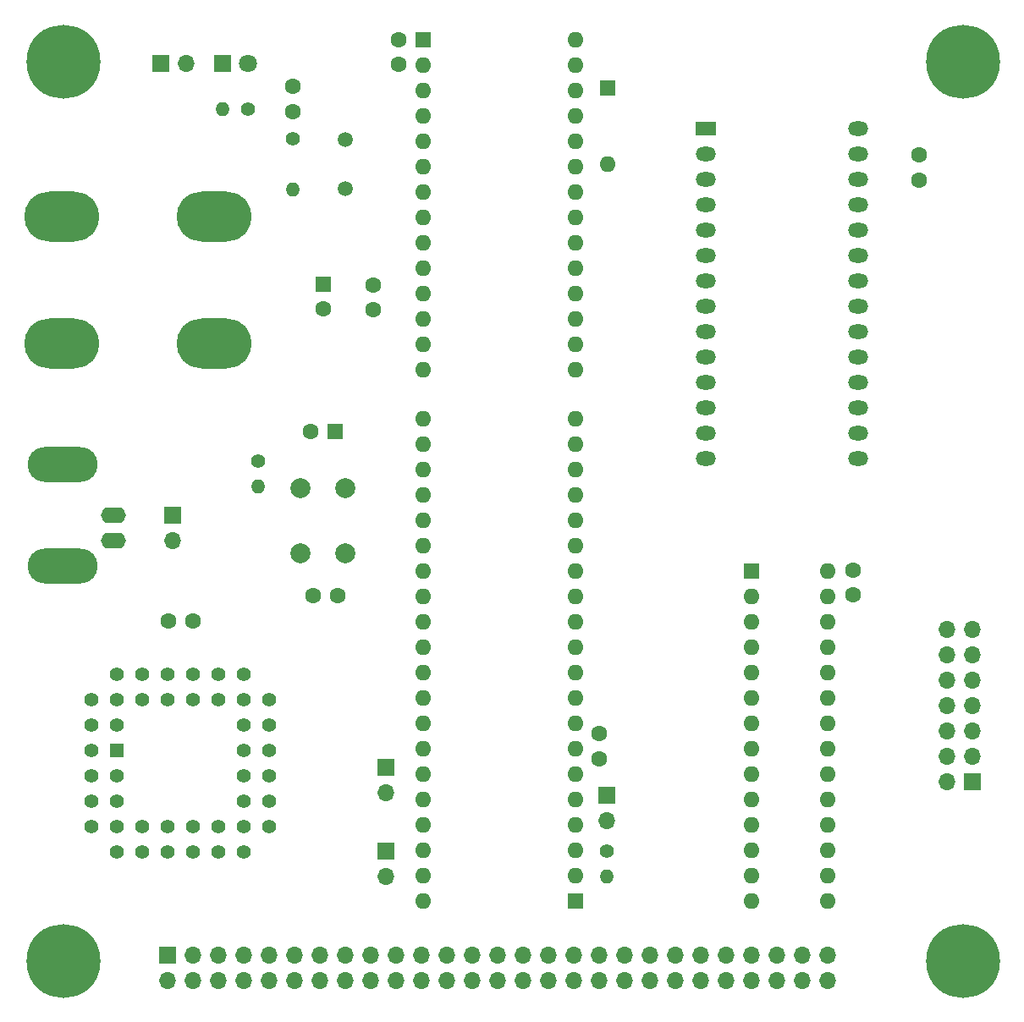
<source format=gts>
G04 #@! TF.GenerationSoftware,KiCad,Pcbnew,7.0.10+1*
G04 #@! TF.CreationDate,2024-02-25T15:54:48+01:00*
G04 #@! TF.ProjectId,dd8_0v2,6464385f-3076-4322-9e6b-696361645f70,rev?*
G04 #@! TF.SameCoordinates,Original*
G04 #@! TF.FileFunction,Soldermask,Top*
G04 #@! TF.FilePolarity,Negative*
%FSLAX46Y46*%
G04 Gerber Fmt 4.6, Leading zero omitted, Abs format (unit mm)*
G04 Created by KiCad (PCBNEW 7.0.10+1) date 2024-02-25 15:54:48*
%MOMM*%
%LPD*%
G01*
G04 APERTURE LIST*
%ADD10R,1.600000X1.600000*%
%ADD11O,1.600000X1.600000*%
%ADD12C,1.600000*%
%ADD13C,7.400000*%
%ADD14R,1.700000X1.700000*%
%ADD15O,1.700000X1.700000*%
%ADD16C,2.000000*%
%ADD17C,1.400000*%
%ADD18O,1.400000X1.400000*%
%ADD19C,1.500000*%
%ADD20R,2.000000X1.440000*%
%ADD21O,2.000000X1.440000*%
%ADD22R,1.800000X1.800000*%
%ADD23C,1.800000*%
%ADD24O,7.500000X5.000000*%
%ADD25O,2.500000X1.600000*%
%ADD26O,7.000000X3.500000*%
%ADD27R,1.422400X1.422400*%
%ADD28C,1.422400*%
G04 APERTURE END LIST*
D10*
X123880000Y-125000000D03*
D11*
X123880000Y-127540000D03*
X123880000Y-130080000D03*
X123880000Y-132620000D03*
X123880000Y-135160000D03*
X123880000Y-137700000D03*
X123880000Y-140240000D03*
X123880000Y-142780000D03*
X123880000Y-145320000D03*
X123880000Y-147860000D03*
X123880000Y-150400000D03*
X123880000Y-152940000D03*
X123880000Y-155480000D03*
X123880000Y-158020000D03*
X131500000Y-158020000D03*
X131500000Y-155480000D03*
X131500000Y-152940000D03*
X131500000Y-150400000D03*
X131500000Y-147860000D03*
X131500000Y-145320000D03*
X131500000Y-142780000D03*
X131500000Y-140240000D03*
X131500000Y-137700000D03*
X131500000Y-135160000D03*
X131500000Y-132620000D03*
X131500000Y-130080000D03*
X131500000Y-127540000D03*
X131500000Y-125000000D03*
D12*
X65500000Y-130000000D03*
X68000000Y-130000000D03*
D13*
X55000000Y-74000000D03*
D12*
X134000000Y-124900000D03*
X134000000Y-127400000D03*
D14*
X109400000Y-147425000D03*
D15*
X109400000Y-149965000D03*
D16*
X78750000Y-123250000D03*
X78750000Y-116750000D03*
X83250000Y-123250000D03*
X83250000Y-116750000D03*
D10*
X82250000Y-111000000D03*
D12*
X79750000Y-111000000D03*
X140600000Y-83350000D03*
X140600000Y-85850000D03*
D14*
X66000000Y-119460000D03*
D15*
X66000000Y-122000000D03*
D14*
X146000000Y-146080000D03*
D15*
X143460000Y-146080000D03*
X146000000Y-143540000D03*
X143460000Y-143540000D03*
X146000000Y-141000000D03*
X143460000Y-141000000D03*
X146000000Y-138460000D03*
X143460000Y-138460000D03*
X146000000Y-135920000D03*
X143460000Y-135920000D03*
X146000000Y-133380000D03*
X143460000Y-133380000D03*
X146000000Y-130840000D03*
X143460000Y-130840000D03*
D13*
X55000000Y-164000000D03*
D17*
X109400000Y-153000000D03*
D18*
X109400000Y-155540000D03*
D13*
X145000000Y-164000000D03*
D19*
X83250000Y-86750000D03*
X83250000Y-81850000D03*
D20*
X119260000Y-80760000D03*
D21*
X119260000Y-83300000D03*
X119260000Y-85840000D03*
X119260000Y-88380000D03*
X119260000Y-90920000D03*
X119260000Y-93460000D03*
X119260000Y-96000000D03*
X119260000Y-98540000D03*
X119260000Y-101080000D03*
X119260000Y-103620000D03*
X119260000Y-106160000D03*
X119260000Y-108700000D03*
X119260000Y-111240000D03*
X119260000Y-113780000D03*
X134500000Y-113780000D03*
X134500000Y-111240000D03*
X134500000Y-108700000D03*
X134500000Y-106160000D03*
X134500000Y-103620000D03*
X134500000Y-101080000D03*
X134500000Y-98540000D03*
X134500000Y-96000000D03*
X134500000Y-93460000D03*
X134500000Y-90920000D03*
X134500000Y-88380000D03*
X134500000Y-85840000D03*
X134500000Y-83300000D03*
X134500000Y-80760000D03*
D10*
X106240000Y-158060000D03*
D11*
X106240000Y-155520000D03*
X106240000Y-152980000D03*
X106240000Y-150440000D03*
X106240000Y-147900000D03*
X106240000Y-145360000D03*
X106240000Y-142820000D03*
X106240000Y-140280000D03*
X106240000Y-137740000D03*
X106240000Y-135200000D03*
X106240000Y-132660000D03*
X106240000Y-130120000D03*
X106240000Y-127580000D03*
X106240000Y-125040000D03*
X106240000Y-122500000D03*
X106240000Y-119960000D03*
X106240000Y-117420000D03*
X106240000Y-114880000D03*
X106240000Y-112340000D03*
X106240000Y-109800000D03*
X91000000Y-109800000D03*
X91000000Y-112340000D03*
X91000000Y-114880000D03*
X91000000Y-117420000D03*
X91000000Y-119960000D03*
X91000000Y-122500000D03*
X91000000Y-125040000D03*
X91000000Y-127580000D03*
X91000000Y-130120000D03*
X91000000Y-132660000D03*
X91000000Y-135200000D03*
X91000000Y-137740000D03*
X91000000Y-140280000D03*
X91000000Y-142820000D03*
X91000000Y-145360000D03*
X91000000Y-147900000D03*
X91000000Y-150440000D03*
X91000000Y-152980000D03*
X91000000Y-155520000D03*
X91000000Y-158060000D03*
D22*
X70975000Y-74250000D03*
D23*
X73515000Y-74250000D03*
D10*
X109500000Y-76690000D03*
D11*
X109500000Y-84310000D03*
D13*
X145000000Y-74000000D03*
D14*
X87300000Y-144625000D03*
D15*
X87300000Y-147165000D03*
D10*
X91000000Y-71800000D03*
D11*
X91000000Y-74340000D03*
X91000000Y-76880000D03*
X91000000Y-79420000D03*
X91000000Y-81960000D03*
X91000000Y-84500000D03*
X91000000Y-87040000D03*
X91000000Y-89580000D03*
X91000000Y-92120000D03*
X91000000Y-94660000D03*
X91000000Y-97200000D03*
X91000000Y-99740000D03*
X91000000Y-102280000D03*
X91000000Y-104820000D03*
X106240000Y-104820000D03*
X106240000Y-102280000D03*
X106240000Y-99740000D03*
X106240000Y-97200000D03*
X106240000Y-94660000D03*
X106240000Y-92120000D03*
X106240000Y-89580000D03*
X106240000Y-87040000D03*
X106240000Y-84500000D03*
X106240000Y-81960000D03*
X106240000Y-79420000D03*
X106240000Y-76880000D03*
X106240000Y-74340000D03*
X106240000Y-71800000D03*
D14*
X87300000Y-153025000D03*
D15*
X87300000Y-155565000D03*
D24*
X54880000Y-89500000D03*
X70120000Y-89500000D03*
X54880000Y-102200000D03*
X70120000Y-102200000D03*
D25*
X60000000Y-119460000D03*
D26*
X54920000Y-124540000D03*
D25*
X60000000Y-122000000D03*
D26*
X54920000Y-114380000D03*
D12*
X86000000Y-96350000D03*
X86000000Y-98850000D03*
D17*
X78000000Y-81760000D03*
D18*
X78000000Y-86840000D03*
D14*
X65440000Y-163460000D03*
D15*
X65440000Y-166000000D03*
X67980000Y-163460000D03*
X67980000Y-166000000D03*
X70520000Y-163460000D03*
X70520000Y-166000000D03*
X73060000Y-163460000D03*
X73060000Y-166000000D03*
X75600000Y-163460000D03*
X75600000Y-166000000D03*
X78140000Y-163460000D03*
X78140000Y-166000000D03*
X80680000Y-163460000D03*
X80680000Y-166000000D03*
X83220000Y-163460000D03*
X83220000Y-166000000D03*
X85760000Y-163460000D03*
X85760000Y-166000000D03*
X88300000Y-163460000D03*
X88300000Y-166000000D03*
X90840000Y-163460000D03*
X90840000Y-166000000D03*
X93380000Y-163460000D03*
X93380000Y-166000000D03*
X95920000Y-163460000D03*
X95920000Y-166000000D03*
X98460000Y-163460000D03*
X98460000Y-166000000D03*
X101000000Y-163460000D03*
X101000000Y-166000000D03*
X103540000Y-163460000D03*
X103540000Y-166000000D03*
X106080000Y-163460000D03*
X106080000Y-166000000D03*
X108620000Y-163460000D03*
X108620000Y-166000000D03*
X111160000Y-163460000D03*
X111160000Y-166000000D03*
X113700000Y-163460000D03*
X113700000Y-166000000D03*
X116240000Y-163460000D03*
X116240000Y-166000000D03*
X118780000Y-163460000D03*
X118780000Y-166000000D03*
X121320000Y-163460000D03*
X121320000Y-166000000D03*
X123860000Y-163460000D03*
X123860000Y-166000000D03*
X126400000Y-163460000D03*
X126400000Y-166000000D03*
X128940000Y-163460000D03*
X128940000Y-166000000D03*
X131480000Y-163460000D03*
X131480000Y-166000000D03*
D12*
X82500000Y-127500000D03*
X80000000Y-127500000D03*
D17*
X74500000Y-114030000D03*
D18*
X74500000Y-116570000D03*
D12*
X88600000Y-74300000D03*
X88600000Y-71800000D03*
D27*
X60360000Y-142980000D03*
D28*
X57820000Y-145520000D03*
X60360000Y-145520000D03*
X57820000Y-148060000D03*
X60360000Y-148060000D03*
X57820000Y-150600000D03*
X60360000Y-153140000D03*
X60360000Y-150600000D03*
X62900000Y-153140000D03*
X62900000Y-150600000D03*
X65440000Y-153140000D03*
X65440000Y-150600000D03*
X67980000Y-153140000D03*
X67980000Y-150600000D03*
X70520000Y-153140000D03*
X70520000Y-150600000D03*
X73060000Y-153140000D03*
X75600000Y-150600000D03*
X73060000Y-150600000D03*
X75600000Y-148060000D03*
X73060000Y-148060000D03*
X75600000Y-145520000D03*
X73060000Y-145520000D03*
X75600000Y-142980000D03*
X73060000Y-142980000D03*
X75600000Y-140440000D03*
X73060000Y-140440000D03*
X75600000Y-137900000D03*
X73060000Y-135360000D03*
X73060000Y-137900000D03*
X70520000Y-135360000D03*
X70520000Y-137900000D03*
X67980000Y-135360000D03*
X67980000Y-137900000D03*
X65440000Y-135360000D03*
X65440000Y-137900000D03*
X62900000Y-135360000D03*
X62900000Y-137900000D03*
X60360000Y-135360000D03*
X57820000Y-137900000D03*
X60360000Y-137900000D03*
X57820000Y-140440000D03*
X60360000Y-140440000D03*
X57820000Y-142980000D03*
D12*
X78000000Y-79000000D03*
X78000000Y-76500000D03*
D17*
X73500000Y-78750000D03*
D18*
X70960000Y-78750000D03*
D12*
X108600000Y-141300000D03*
X108600000Y-143800000D03*
D14*
X64750000Y-74225000D03*
D15*
X67290000Y-74225000D03*
D10*
X81000000Y-96294888D03*
D12*
X81000000Y-98794888D03*
M02*

</source>
